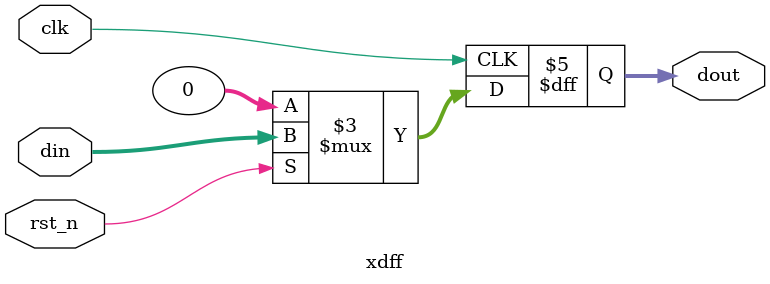
<source format=v>
module xdff #(
    parameter WIDTH = 32
)(
    input                  clk
  , input                  rst_n
  , input      [WIDTH-1:0] din
  , output reg [WIDTH-1:0] dout
);

  always @(posedge clk) begin
    dout <= din;
    if (~rst_n) begin
      dout <= 0;
    end
  end

endmodule




</source>
